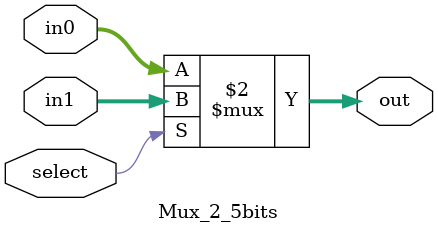
<source format=v>
`timescale 1ns / 1ps


module Mux_2_5bits(
    input [4:0]in0,in1,
    input select,
    output [4:0]out
    );
    assign out = (select == 0) ? in0 : in1;
endmodule

</source>
